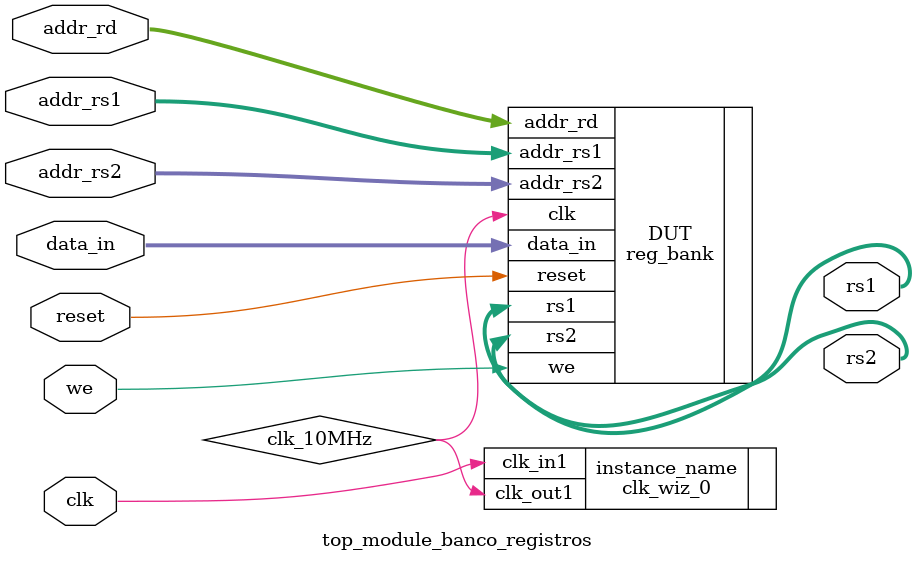
<source format=sv>




module top_module_banco_registros #(

    parameter W = 7,
    parameter N = 4


)(
    input  logic                clk, 
    input  logic                reset, 
    input  logic                we,                            
    input  logic [N-1:0]        addr_rs1, 
    input  logic [N-1:0]        addr_rs2,
    input  logic [N-1:0]        addr_rd,  
    input  logic [W-1:0]        data_in,                            
    output logic [W-1:0]        rs1, 
    output logic [W-1:0]        rs2
);
    logic clk_10MHz;

clk_wiz_0 instance_name
    (
        .clk_out1(clk_10MHz),
        .clk_in1(clk)
        );
        
        
reg_bank #(
        .W(W),
        .N(N)
        )DUT
(
        .clk         (clk_10MHz),
        .reset       (reset),
        .we          (we),
        .addr_rs1    (addr_rs1),
        .addr_rs2    (addr_rs2),
        .addr_rd     (addr_rd),
        .data_in     (data_in),
        .rs1         (rs1),
        .rs2         (rs2)
        );
        
endmodule

</source>
